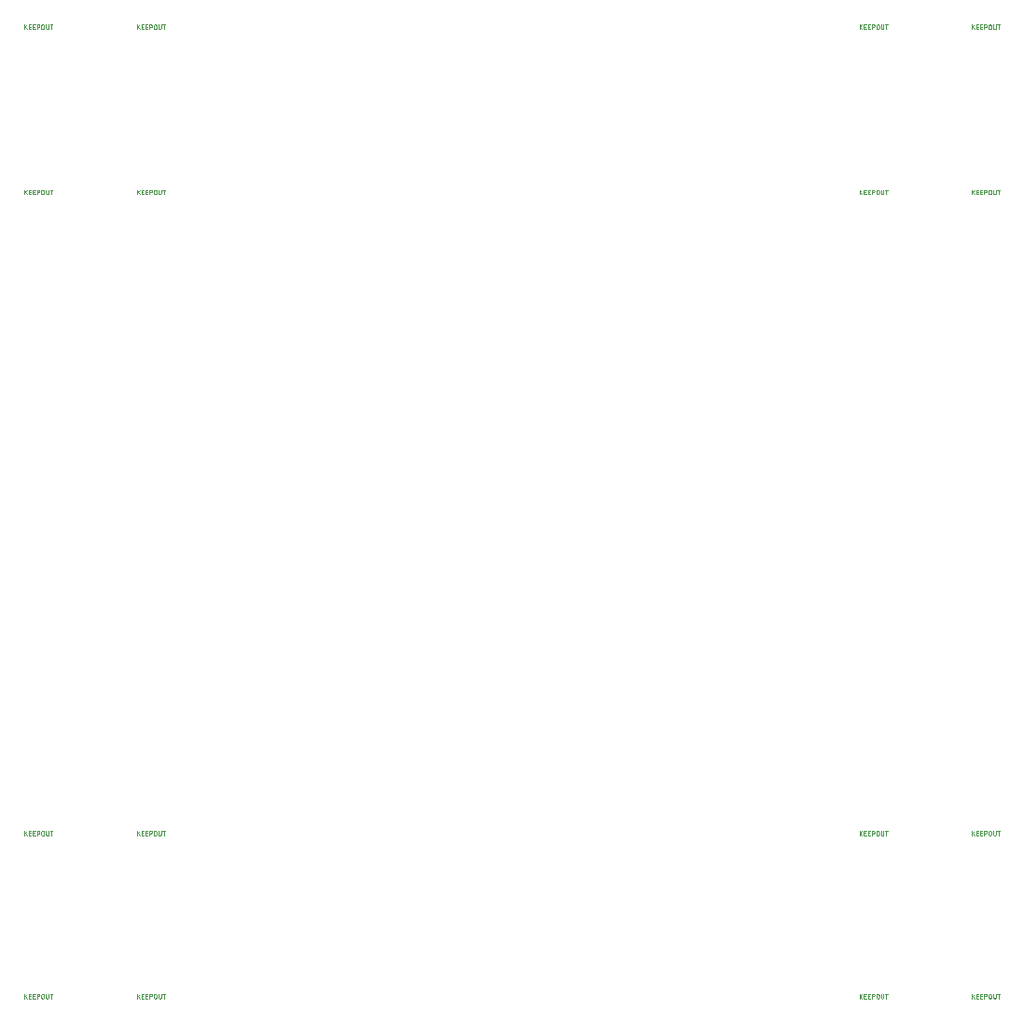
<source format=gbr>
%TF.GenerationSoftware,KiCad,Pcbnew,6.0.6+dfsg-1~bpo11+1*%
%TF.CreationDate,2023-11-30T19:30:28+01:00*%
%TF.ProjectId,touch,746f7563-682e-46b6-9963-61645f706362,rev?*%
%TF.SameCoordinates,Original*%
%TF.FileFunction,Other,Comment*%
%FSLAX46Y46*%
G04 Gerber Fmt 4.6, Leading zero omitted, Abs format (unit mm)*
G04 Created by KiCad (PCBNEW 6.0.6+dfsg-1~bpo11+1) date 2023-11-30 19:30:28*
%MOMM*%
%LPD*%
G01*
G04 APERTURE LIST*
%ADD10C,0.051000*%
G04 APERTURE END LIST*
D10*
%TO.C,M1*%
X134061904Y-143660952D02*
X134061904Y-143260952D01*
X134290476Y-143660952D02*
X134119047Y-143432380D01*
X134290476Y-143260952D02*
X134061904Y-143489523D01*
X134461904Y-143451428D02*
X134595238Y-143451428D01*
X134652380Y-143660952D02*
X134461904Y-143660952D01*
X134461904Y-143260952D01*
X134652380Y-143260952D01*
X134823809Y-143451428D02*
X134957142Y-143451428D01*
X135014285Y-143660952D02*
X134823809Y-143660952D01*
X134823809Y-143260952D01*
X135014285Y-143260952D01*
X135185714Y-143660952D02*
X135185714Y-143260952D01*
X135338095Y-143260952D01*
X135376190Y-143280000D01*
X135395238Y-143299047D01*
X135414285Y-143337142D01*
X135414285Y-143394285D01*
X135395238Y-143432380D01*
X135376190Y-143451428D01*
X135338095Y-143470476D01*
X135185714Y-143470476D01*
X135661904Y-143260952D02*
X135738095Y-143260952D01*
X135776190Y-143280000D01*
X135814285Y-143318095D01*
X135833333Y-143394285D01*
X135833333Y-143527619D01*
X135814285Y-143603809D01*
X135776190Y-143641904D01*
X135738095Y-143660952D01*
X135661904Y-143660952D01*
X135623809Y-143641904D01*
X135585714Y-143603809D01*
X135566666Y-143527619D01*
X135566666Y-143394285D01*
X135585714Y-143318095D01*
X135623809Y-143280000D01*
X135661904Y-143260952D01*
X136004761Y-143260952D02*
X136004761Y-143584761D01*
X136023809Y-143622857D01*
X136042857Y-143641904D01*
X136080952Y-143660952D01*
X136157142Y-143660952D01*
X136195238Y-143641904D01*
X136214285Y-143622857D01*
X136233333Y-143584761D01*
X136233333Y-143260952D01*
X136366666Y-143260952D02*
X136595238Y-143260952D01*
X136480952Y-143660952D02*
X136480952Y-143260952D01*
%TO.C,M2*%
X144261904Y-143660952D02*
X144261904Y-143260952D01*
X144490476Y-143660952D02*
X144319047Y-143432380D01*
X144490476Y-143260952D02*
X144261904Y-143489523D01*
X144661904Y-143451428D02*
X144795238Y-143451428D01*
X144852380Y-143660952D02*
X144661904Y-143660952D01*
X144661904Y-143260952D01*
X144852380Y-143260952D01*
X145023809Y-143451428D02*
X145157142Y-143451428D01*
X145214285Y-143660952D02*
X145023809Y-143660952D01*
X145023809Y-143260952D01*
X145214285Y-143260952D01*
X145385714Y-143660952D02*
X145385714Y-143260952D01*
X145538095Y-143260952D01*
X145576190Y-143280000D01*
X145595238Y-143299047D01*
X145614285Y-143337142D01*
X145614285Y-143394285D01*
X145595238Y-143432380D01*
X145576190Y-143451428D01*
X145538095Y-143470476D01*
X145385714Y-143470476D01*
X145861904Y-143260952D02*
X145938095Y-143260952D01*
X145976190Y-143280000D01*
X146014285Y-143318095D01*
X146033333Y-143394285D01*
X146033333Y-143527619D01*
X146014285Y-143603809D01*
X145976190Y-143641904D01*
X145938095Y-143660952D01*
X145861904Y-143660952D01*
X145823809Y-143641904D01*
X145785714Y-143603809D01*
X145766666Y-143527619D01*
X145766666Y-143394285D01*
X145785714Y-143318095D01*
X145823809Y-143280000D01*
X145861904Y-143260952D01*
X146204761Y-143260952D02*
X146204761Y-143584761D01*
X146223809Y-143622857D01*
X146242857Y-143641904D01*
X146280952Y-143660952D01*
X146357142Y-143660952D01*
X146395238Y-143641904D01*
X146414285Y-143622857D01*
X146433333Y-143584761D01*
X146433333Y-143260952D01*
X146566666Y-143260952D02*
X146795238Y-143260952D01*
X146680952Y-143660952D02*
X146680952Y-143260952D01*
%TO.C,M3*%
X144261904Y-128860952D02*
X144261904Y-128460952D01*
X144490476Y-128860952D02*
X144319047Y-128632380D01*
X144490476Y-128460952D02*
X144261904Y-128689523D01*
X144661904Y-128651428D02*
X144795238Y-128651428D01*
X144852380Y-128860952D02*
X144661904Y-128860952D01*
X144661904Y-128460952D01*
X144852380Y-128460952D01*
X145023809Y-128651428D02*
X145157142Y-128651428D01*
X145214285Y-128860952D02*
X145023809Y-128860952D01*
X145023809Y-128460952D01*
X145214285Y-128460952D01*
X145385714Y-128860952D02*
X145385714Y-128460952D01*
X145538095Y-128460952D01*
X145576190Y-128480000D01*
X145595238Y-128499047D01*
X145614285Y-128537142D01*
X145614285Y-128594285D01*
X145595238Y-128632380D01*
X145576190Y-128651428D01*
X145538095Y-128670476D01*
X145385714Y-128670476D01*
X145861904Y-128460952D02*
X145938095Y-128460952D01*
X145976190Y-128480000D01*
X146014285Y-128518095D01*
X146033333Y-128594285D01*
X146033333Y-128727619D01*
X146014285Y-128803809D01*
X145976190Y-128841904D01*
X145938095Y-128860952D01*
X145861904Y-128860952D01*
X145823809Y-128841904D01*
X145785714Y-128803809D01*
X145766666Y-128727619D01*
X145766666Y-128594285D01*
X145785714Y-128518095D01*
X145823809Y-128480000D01*
X145861904Y-128460952D01*
X146204761Y-128460952D02*
X146204761Y-128784761D01*
X146223809Y-128822857D01*
X146242857Y-128841904D01*
X146280952Y-128860952D01*
X146357142Y-128860952D01*
X146395238Y-128841904D01*
X146414285Y-128822857D01*
X146433333Y-128784761D01*
X146433333Y-128460952D01*
X146566666Y-128460952D02*
X146795238Y-128460952D01*
X146680952Y-128860952D02*
X146680952Y-128460952D01*
%TO.C,M4*%
X134061904Y-128860952D02*
X134061904Y-128460952D01*
X134290476Y-128860952D02*
X134119047Y-128632380D01*
X134290476Y-128460952D02*
X134061904Y-128689523D01*
X134461904Y-128651428D02*
X134595238Y-128651428D01*
X134652380Y-128860952D02*
X134461904Y-128860952D01*
X134461904Y-128460952D01*
X134652380Y-128460952D01*
X134823809Y-128651428D02*
X134957142Y-128651428D01*
X135014285Y-128860952D02*
X134823809Y-128860952D01*
X134823809Y-128460952D01*
X135014285Y-128460952D01*
X135185714Y-128860952D02*
X135185714Y-128460952D01*
X135338095Y-128460952D01*
X135376190Y-128480000D01*
X135395238Y-128499047D01*
X135414285Y-128537142D01*
X135414285Y-128594285D01*
X135395238Y-128632380D01*
X135376190Y-128651428D01*
X135338095Y-128670476D01*
X135185714Y-128670476D01*
X135661904Y-128460952D02*
X135738095Y-128460952D01*
X135776190Y-128480000D01*
X135814285Y-128518095D01*
X135833333Y-128594285D01*
X135833333Y-128727619D01*
X135814285Y-128803809D01*
X135776190Y-128841904D01*
X135738095Y-128860952D01*
X135661904Y-128860952D01*
X135623809Y-128841904D01*
X135585714Y-128803809D01*
X135566666Y-128727619D01*
X135566666Y-128594285D01*
X135585714Y-128518095D01*
X135623809Y-128480000D01*
X135661904Y-128460952D01*
X136004761Y-128460952D02*
X136004761Y-128784761D01*
X136023809Y-128822857D01*
X136042857Y-128841904D01*
X136080952Y-128860952D01*
X136157142Y-128860952D01*
X136195238Y-128841904D01*
X136214285Y-128822857D01*
X136233333Y-128784761D01*
X136233333Y-128460952D01*
X136366666Y-128460952D02*
X136595238Y-128460952D01*
X136480952Y-128860952D02*
X136480952Y-128460952D01*
%TO.C,M5*%
X68461904Y-143660952D02*
X68461904Y-143260952D01*
X68690476Y-143660952D02*
X68519047Y-143432380D01*
X68690476Y-143260952D02*
X68461904Y-143489523D01*
X68861904Y-143451428D02*
X68995238Y-143451428D01*
X69052380Y-143660952D02*
X68861904Y-143660952D01*
X68861904Y-143260952D01*
X69052380Y-143260952D01*
X69223809Y-143451428D02*
X69357142Y-143451428D01*
X69414285Y-143660952D02*
X69223809Y-143660952D01*
X69223809Y-143260952D01*
X69414285Y-143260952D01*
X69585714Y-143660952D02*
X69585714Y-143260952D01*
X69738095Y-143260952D01*
X69776190Y-143280000D01*
X69795238Y-143299047D01*
X69814285Y-143337142D01*
X69814285Y-143394285D01*
X69795238Y-143432380D01*
X69776190Y-143451428D01*
X69738095Y-143470476D01*
X69585714Y-143470476D01*
X70061904Y-143260952D02*
X70138095Y-143260952D01*
X70176190Y-143280000D01*
X70214285Y-143318095D01*
X70233333Y-143394285D01*
X70233333Y-143527619D01*
X70214285Y-143603809D01*
X70176190Y-143641904D01*
X70138095Y-143660952D01*
X70061904Y-143660952D01*
X70023809Y-143641904D01*
X69985714Y-143603809D01*
X69966666Y-143527619D01*
X69966666Y-143394285D01*
X69985714Y-143318095D01*
X70023809Y-143280000D01*
X70061904Y-143260952D01*
X70404761Y-143260952D02*
X70404761Y-143584761D01*
X70423809Y-143622857D01*
X70442857Y-143641904D01*
X70480952Y-143660952D01*
X70557142Y-143660952D01*
X70595238Y-143641904D01*
X70614285Y-143622857D01*
X70633333Y-143584761D01*
X70633333Y-143260952D01*
X70766666Y-143260952D02*
X70995238Y-143260952D01*
X70880952Y-143660952D02*
X70880952Y-143260952D01*
%TO.C,M6*%
X58261904Y-143660952D02*
X58261904Y-143260952D01*
X58490476Y-143660952D02*
X58319047Y-143432380D01*
X58490476Y-143260952D02*
X58261904Y-143489523D01*
X58661904Y-143451428D02*
X58795238Y-143451428D01*
X58852380Y-143660952D02*
X58661904Y-143660952D01*
X58661904Y-143260952D01*
X58852380Y-143260952D01*
X59023809Y-143451428D02*
X59157142Y-143451428D01*
X59214285Y-143660952D02*
X59023809Y-143660952D01*
X59023809Y-143260952D01*
X59214285Y-143260952D01*
X59385714Y-143660952D02*
X59385714Y-143260952D01*
X59538095Y-143260952D01*
X59576190Y-143280000D01*
X59595238Y-143299047D01*
X59614285Y-143337142D01*
X59614285Y-143394285D01*
X59595238Y-143432380D01*
X59576190Y-143451428D01*
X59538095Y-143470476D01*
X59385714Y-143470476D01*
X59861904Y-143260952D02*
X59938095Y-143260952D01*
X59976190Y-143280000D01*
X60014285Y-143318095D01*
X60033333Y-143394285D01*
X60033333Y-143527619D01*
X60014285Y-143603809D01*
X59976190Y-143641904D01*
X59938095Y-143660952D01*
X59861904Y-143660952D01*
X59823809Y-143641904D01*
X59785714Y-143603809D01*
X59766666Y-143527619D01*
X59766666Y-143394285D01*
X59785714Y-143318095D01*
X59823809Y-143280000D01*
X59861904Y-143260952D01*
X60204761Y-143260952D02*
X60204761Y-143584761D01*
X60223809Y-143622857D01*
X60242857Y-143641904D01*
X60280952Y-143660952D01*
X60357142Y-143660952D01*
X60395238Y-143641904D01*
X60414285Y-143622857D01*
X60433333Y-143584761D01*
X60433333Y-143260952D01*
X60566666Y-143260952D02*
X60795238Y-143260952D01*
X60680952Y-143660952D02*
X60680952Y-143260952D01*
%TO.C,M7*%
X58261904Y-128860952D02*
X58261904Y-128460952D01*
X58490476Y-128860952D02*
X58319047Y-128632380D01*
X58490476Y-128460952D02*
X58261904Y-128689523D01*
X58661904Y-128651428D02*
X58795238Y-128651428D01*
X58852380Y-128860952D02*
X58661904Y-128860952D01*
X58661904Y-128460952D01*
X58852380Y-128460952D01*
X59023809Y-128651428D02*
X59157142Y-128651428D01*
X59214285Y-128860952D02*
X59023809Y-128860952D01*
X59023809Y-128460952D01*
X59214285Y-128460952D01*
X59385714Y-128860952D02*
X59385714Y-128460952D01*
X59538095Y-128460952D01*
X59576190Y-128480000D01*
X59595238Y-128499047D01*
X59614285Y-128537142D01*
X59614285Y-128594285D01*
X59595238Y-128632380D01*
X59576190Y-128651428D01*
X59538095Y-128670476D01*
X59385714Y-128670476D01*
X59861904Y-128460952D02*
X59938095Y-128460952D01*
X59976190Y-128480000D01*
X60014285Y-128518095D01*
X60033333Y-128594285D01*
X60033333Y-128727619D01*
X60014285Y-128803809D01*
X59976190Y-128841904D01*
X59938095Y-128860952D01*
X59861904Y-128860952D01*
X59823809Y-128841904D01*
X59785714Y-128803809D01*
X59766666Y-128727619D01*
X59766666Y-128594285D01*
X59785714Y-128518095D01*
X59823809Y-128480000D01*
X59861904Y-128460952D01*
X60204761Y-128460952D02*
X60204761Y-128784761D01*
X60223809Y-128822857D01*
X60242857Y-128841904D01*
X60280952Y-128860952D01*
X60357142Y-128860952D01*
X60395238Y-128841904D01*
X60414285Y-128822857D01*
X60433333Y-128784761D01*
X60433333Y-128460952D01*
X60566666Y-128460952D02*
X60795238Y-128460952D01*
X60680952Y-128860952D02*
X60680952Y-128460952D01*
%TO.C,M8*%
X68461904Y-128860952D02*
X68461904Y-128460952D01*
X68690476Y-128860952D02*
X68519047Y-128632380D01*
X68690476Y-128460952D02*
X68461904Y-128689523D01*
X68861904Y-128651428D02*
X68995238Y-128651428D01*
X69052380Y-128860952D02*
X68861904Y-128860952D01*
X68861904Y-128460952D01*
X69052380Y-128460952D01*
X69223809Y-128651428D02*
X69357142Y-128651428D01*
X69414285Y-128860952D02*
X69223809Y-128860952D01*
X69223809Y-128460952D01*
X69414285Y-128460952D01*
X69585714Y-128860952D02*
X69585714Y-128460952D01*
X69738095Y-128460952D01*
X69776190Y-128480000D01*
X69795238Y-128499047D01*
X69814285Y-128537142D01*
X69814285Y-128594285D01*
X69795238Y-128632380D01*
X69776190Y-128651428D01*
X69738095Y-128670476D01*
X69585714Y-128670476D01*
X70061904Y-128460952D02*
X70138095Y-128460952D01*
X70176190Y-128480000D01*
X70214285Y-128518095D01*
X70233333Y-128594285D01*
X70233333Y-128727619D01*
X70214285Y-128803809D01*
X70176190Y-128841904D01*
X70138095Y-128860952D01*
X70061904Y-128860952D01*
X70023809Y-128841904D01*
X69985714Y-128803809D01*
X69966666Y-128727619D01*
X69966666Y-128594285D01*
X69985714Y-128518095D01*
X70023809Y-128480000D01*
X70061904Y-128460952D01*
X70404761Y-128460952D02*
X70404761Y-128784761D01*
X70423809Y-128822857D01*
X70442857Y-128841904D01*
X70480952Y-128860952D01*
X70557142Y-128860952D01*
X70595238Y-128841904D01*
X70614285Y-128822857D01*
X70633333Y-128784761D01*
X70633333Y-128460952D01*
X70766666Y-128460952D02*
X70995238Y-128460952D01*
X70880952Y-128860952D02*
X70880952Y-128460952D01*
%TO.C,M9*%
X68461904Y-55660952D02*
X68461904Y-55260952D01*
X68690476Y-55660952D02*
X68519047Y-55432380D01*
X68690476Y-55260952D02*
X68461904Y-55489523D01*
X68861904Y-55451428D02*
X68995238Y-55451428D01*
X69052380Y-55660952D02*
X68861904Y-55660952D01*
X68861904Y-55260952D01*
X69052380Y-55260952D01*
X69223809Y-55451428D02*
X69357142Y-55451428D01*
X69414285Y-55660952D02*
X69223809Y-55660952D01*
X69223809Y-55260952D01*
X69414285Y-55260952D01*
X69585714Y-55660952D02*
X69585714Y-55260952D01*
X69738095Y-55260952D01*
X69776190Y-55280000D01*
X69795238Y-55299047D01*
X69814285Y-55337142D01*
X69814285Y-55394285D01*
X69795238Y-55432380D01*
X69776190Y-55451428D01*
X69738095Y-55470476D01*
X69585714Y-55470476D01*
X70061904Y-55260952D02*
X70138095Y-55260952D01*
X70176190Y-55280000D01*
X70214285Y-55318095D01*
X70233333Y-55394285D01*
X70233333Y-55527619D01*
X70214285Y-55603809D01*
X70176190Y-55641904D01*
X70138095Y-55660952D01*
X70061904Y-55660952D01*
X70023809Y-55641904D01*
X69985714Y-55603809D01*
X69966666Y-55527619D01*
X69966666Y-55394285D01*
X69985714Y-55318095D01*
X70023809Y-55280000D01*
X70061904Y-55260952D01*
X70404761Y-55260952D02*
X70404761Y-55584761D01*
X70423809Y-55622857D01*
X70442857Y-55641904D01*
X70480952Y-55660952D01*
X70557142Y-55660952D01*
X70595238Y-55641904D01*
X70614285Y-55622857D01*
X70633333Y-55584761D01*
X70633333Y-55260952D01*
X70766666Y-55260952D02*
X70995238Y-55260952D01*
X70880952Y-55660952D02*
X70880952Y-55260952D01*
%TO.C,M10*%
X58261904Y-55660952D02*
X58261904Y-55260952D01*
X58490476Y-55660952D02*
X58319047Y-55432380D01*
X58490476Y-55260952D02*
X58261904Y-55489523D01*
X58661904Y-55451428D02*
X58795238Y-55451428D01*
X58852380Y-55660952D02*
X58661904Y-55660952D01*
X58661904Y-55260952D01*
X58852380Y-55260952D01*
X59023809Y-55451428D02*
X59157142Y-55451428D01*
X59214285Y-55660952D02*
X59023809Y-55660952D01*
X59023809Y-55260952D01*
X59214285Y-55260952D01*
X59385714Y-55660952D02*
X59385714Y-55260952D01*
X59538095Y-55260952D01*
X59576190Y-55280000D01*
X59595238Y-55299047D01*
X59614285Y-55337142D01*
X59614285Y-55394285D01*
X59595238Y-55432380D01*
X59576190Y-55451428D01*
X59538095Y-55470476D01*
X59385714Y-55470476D01*
X59861904Y-55260952D02*
X59938095Y-55260952D01*
X59976190Y-55280000D01*
X60014285Y-55318095D01*
X60033333Y-55394285D01*
X60033333Y-55527619D01*
X60014285Y-55603809D01*
X59976190Y-55641904D01*
X59938095Y-55660952D01*
X59861904Y-55660952D01*
X59823809Y-55641904D01*
X59785714Y-55603809D01*
X59766666Y-55527619D01*
X59766666Y-55394285D01*
X59785714Y-55318095D01*
X59823809Y-55280000D01*
X59861904Y-55260952D01*
X60204761Y-55260952D02*
X60204761Y-55584761D01*
X60223809Y-55622857D01*
X60242857Y-55641904D01*
X60280952Y-55660952D01*
X60357142Y-55660952D01*
X60395238Y-55641904D01*
X60414285Y-55622857D01*
X60433333Y-55584761D01*
X60433333Y-55260952D01*
X60566666Y-55260952D02*
X60795238Y-55260952D01*
X60680952Y-55660952D02*
X60680952Y-55260952D01*
%TO.C,M11*%
X58261904Y-70660952D02*
X58261904Y-70260952D01*
X58490476Y-70660952D02*
X58319047Y-70432380D01*
X58490476Y-70260952D02*
X58261904Y-70489523D01*
X58661904Y-70451428D02*
X58795238Y-70451428D01*
X58852380Y-70660952D02*
X58661904Y-70660952D01*
X58661904Y-70260952D01*
X58852380Y-70260952D01*
X59023809Y-70451428D02*
X59157142Y-70451428D01*
X59214285Y-70660952D02*
X59023809Y-70660952D01*
X59023809Y-70260952D01*
X59214285Y-70260952D01*
X59385714Y-70660952D02*
X59385714Y-70260952D01*
X59538095Y-70260952D01*
X59576190Y-70280000D01*
X59595238Y-70299047D01*
X59614285Y-70337142D01*
X59614285Y-70394285D01*
X59595238Y-70432380D01*
X59576190Y-70451428D01*
X59538095Y-70470476D01*
X59385714Y-70470476D01*
X59861904Y-70260952D02*
X59938095Y-70260952D01*
X59976190Y-70280000D01*
X60014285Y-70318095D01*
X60033333Y-70394285D01*
X60033333Y-70527619D01*
X60014285Y-70603809D01*
X59976190Y-70641904D01*
X59938095Y-70660952D01*
X59861904Y-70660952D01*
X59823809Y-70641904D01*
X59785714Y-70603809D01*
X59766666Y-70527619D01*
X59766666Y-70394285D01*
X59785714Y-70318095D01*
X59823809Y-70280000D01*
X59861904Y-70260952D01*
X60204761Y-70260952D02*
X60204761Y-70584761D01*
X60223809Y-70622857D01*
X60242857Y-70641904D01*
X60280952Y-70660952D01*
X60357142Y-70660952D01*
X60395238Y-70641904D01*
X60414285Y-70622857D01*
X60433333Y-70584761D01*
X60433333Y-70260952D01*
X60566666Y-70260952D02*
X60795238Y-70260952D01*
X60680952Y-70660952D02*
X60680952Y-70260952D01*
%TO.C,M12*%
X68461904Y-70660952D02*
X68461904Y-70260952D01*
X68690476Y-70660952D02*
X68519047Y-70432380D01*
X68690476Y-70260952D02*
X68461904Y-70489523D01*
X68861904Y-70451428D02*
X68995238Y-70451428D01*
X69052380Y-70660952D02*
X68861904Y-70660952D01*
X68861904Y-70260952D01*
X69052380Y-70260952D01*
X69223809Y-70451428D02*
X69357142Y-70451428D01*
X69414285Y-70660952D02*
X69223809Y-70660952D01*
X69223809Y-70260952D01*
X69414285Y-70260952D01*
X69585714Y-70660952D02*
X69585714Y-70260952D01*
X69738095Y-70260952D01*
X69776190Y-70280000D01*
X69795238Y-70299047D01*
X69814285Y-70337142D01*
X69814285Y-70394285D01*
X69795238Y-70432380D01*
X69776190Y-70451428D01*
X69738095Y-70470476D01*
X69585714Y-70470476D01*
X70061904Y-70260952D02*
X70138095Y-70260952D01*
X70176190Y-70280000D01*
X70214285Y-70318095D01*
X70233333Y-70394285D01*
X70233333Y-70527619D01*
X70214285Y-70603809D01*
X70176190Y-70641904D01*
X70138095Y-70660952D01*
X70061904Y-70660952D01*
X70023809Y-70641904D01*
X69985714Y-70603809D01*
X69966666Y-70527619D01*
X69966666Y-70394285D01*
X69985714Y-70318095D01*
X70023809Y-70280000D01*
X70061904Y-70260952D01*
X70404761Y-70260952D02*
X70404761Y-70584761D01*
X70423809Y-70622857D01*
X70442857Y-70641904D01*
X70480952Y-70660952D01*
X70557142Y-70660952D01*
X70595238Y-70641904D01*
X70614285Y-70622857D01*
X70633333Y-70584761D01*
X70633333Y-70260952D01*
X70766666Y-70260952D02*
X70995238Y-70260952D01*
X70880952Y-70660952D02*
X70880952Y-70260952D01*
%TO.C,M13*%
X134061904Y-55660952D02*
X134061904Y-55260952D01*
X134290476Y-55660952D02*
X134119047Y-55432380D01*
X134290476Y-55260952D02*
X134061904Y-55489523D01*
X134461904Y-55451428D02*
X134595238Y-55451428D01*
X134652380Y-55660952D02*
X134461904Y-55660952D01*
X134461904Y-55260952D01*
X134652380Y-55260952D01*
X134823809Y-55451428D02*
X134957142Y-55451428D01*
X135014285Y-55660952D02*
X134823809Y-55660952D01*
X134823809Y-55260952D01*
X135014285Y-55260952D01*
X135185714Y-55660952D02*
X135185714Y-55260952D01*
X135338095Y-55260952D01*
X135376190Y-55280000D01*
X135395238Y-55299047D01*
X135414285Y-55337142D01*
X135414285Y-55394285D01*
X135395238Y-55432380D01*
X135376190Y-55451428D01*
X135338095Y-55470476D01*
X135185714Y-55470476D01*
X135661904Y-55260952D02*
X135738095Y-55260952D01*
X135776190Y-55280000D01*
X135814285Y-55318095D01*
X135833333Y-55394285D01*
X135833333Y-55527619D01*
X135814285Y-55603809D01*
X135776190Y-55641904D01*
X135738095Y-55660952D01*
X135661904Y-55660952D01*
X135623809Y-55641904D01*
X135585714Y-55603809D01*
X135566666Y-55527619D01*
X135566666Y-55394285D01*
X135585714Y-55318095D01*
X135623809Y-55280000D01*
X135661904Y-55260952D01*
X136004761Y-55260952D02*
X136004761Y-55584761D01*
X136023809Y-55622857D01*
X136042857Y-55641904D01*
X136080952Y-55660952D01*
X136157142Y-55660952D01*
X136195238Y-55641904D01*
X136214285Y-55622857D01*
X136233333Y-55584761D01*
X136233333Y-55260952D01*
X136366666Y-55260952D02*
X136595238Y-55260952D01*
X136480952Y-55660952D02*
X136480952Y-55260952D01*
%TO.C,M14*%
X144261904Y-55660952D02*
X144261904Y-55260952D01*
X144490476Y-55660952D02*
X144319047Y-55432380D01*
X144490476Y-55260952D02*
X144261904Y-55489523D01*
X144661904Y-55451428D02*
X144795238Y-55451428D01*
X144852380Y-55660952D02*
X144661904Y-55660952D01*
X144661904Y-55260952D01*
X144852380Y-55260952D01*
X145023809Y-55451428D02*
X145157142Y-55451428D01*
X145214285Y-55660952D02*
X145023809Y-55660952D01*
X145023809Y-55260952D01*
X145214285Y-55260952D01*
X145385714Y-55660952D02*
X145385714Y-55260952D01*
X145538095Y-55260952D01*
X145576190Y-55280000D01*
X145595238Y-55299047D01*
X145614285Y-55337142D01*
X145614285Y-55394285D01*
X145595238Y-55432380D01*
X145576190Y-55451428D01*
X145538095Y-55470476D01*
X145385714Y-55470476D01*
X145861904Y-55260952D02*
X145938095Y-55260952D01*
X145976190Y-55280000D01*
X146014285Y-55318095D01*
X146033333Y-55394285D01*
X146033333Y-55527619D01*
X146014285Y-55603809D01*
X145976190Y-55641904D01*
X145938095Y-55660952D01*
X145861904Y-55660952D01*
X145823809Y-55641904D01*
X145785714Y-55603809D01*
X145766666Y-55527619D01*
X145766666Y-55394285D01*
X145785714Y-55318095D01*
X145823809Y-55280000D01*
X145861904Y-55260952D01*
X146204761Y-55260952D02*
X146204761Y-55584761D01*
X146223809Y-55622857D01*
X146242857Y-55641904D01*
X146280952Y-55660952D01*
X146357142Y-55660952D01*
X146395238Y-55641904D01*
X146414285Y-55622857D01*
X146433333Y-55584761D01*
X146433333Y-55260952D01*
X146566666Y-55260952D02*
X146795238Y-55260952D01*
X146680952Y-55660952D02*
X146680952Y-55260952D01*
%TO.C,M15*%
X144261904Y-70660952D02*
X144261904Y-70260952D01*
X144490476Y-70660952D02*
X144319047Y-70432380D01*
X144490476Y-70260952D02*
X144261904Y-70489523D01*
X144661904Y-70451428D02*
X144795238Y-70451428D01*
X144852380Y-70660952D02*
X144661904Y-70660952D01*
X144661904Y-70260952D01*
X144852380Y-70260952D01*
X145023809Y-70451428D02*
X145157142Y-70451428D01*
X145214285Y-70660952D02*
X145023809Y-70660952D01*
X145023809Y-70260952D01*
X145214285Y-70260952D01*
X145385714Y-70660952D02*
X145385714Y-70260952D01*
X145538095Y-70260952D01*
X145576190Y-70280000D01*
X145595238Y-70299047D01*
X145614285Y-70337142D01*
X145614285Y-70394285D01*
X145595238Y-70432380D01*
X145576190Y-70451428D01*
X145538095Y-70470476D01*
X145385714Y-70470476D01*
X145861904Y-70260952D02*
X145938095Y-70260952D01*
X145976190Y-70280000D01*
X146014285Y-70318095D01*
X146033333Y-70394285D01*
X146033333Y-70527619D01*
X146014285Y-70603809D01*
X145976190Y-70641904D01*
X145938095Y-70660952D01*
X145861904Y-70660952D01*
X145823809Y-70641904D01*
X145785714Y-70603809D01*
X145766666Y-70527619D01*
X145766666Y-70394285D01*
X145785714Y-70318095D01*
X145823809Y-70280000D01*
X145861904Y-70260952D01*
X146204761Y-70260952D02*
X146204761Y-70584761D01*
X146223809Y-70622857D01*
X146242857Y-70641904D01*
X146280952Y-70660952D01*
X146357142Y-70660952D01*
X146395238Y-70641904D01*
X146414285Y-70622857D01*
X146433333Y-70584761D01*
X146433333Y-70260952D01*
X146566666Y-70260952D02*
X146795238Y-70260952D01*
X146680952Y-70660952D02*
X146680952Y-70260952D01*
%TO.C,M16*%
X134061904Y-70660952D02*
X134061904Y-70260952D01*
X134290476Y-70660952D02*
X134119047Y-70432380D01*
X134290476Y-70260952D02*
X134061904Y-70489523D01*
X134461904Y-70451428D02*
X134595238Y-70451428D01*
X134652380Y-70660952D02*
X134461904Y-70660952D01*
X134461904Y-70260952D01*
X134652380Y-70260952D01*
X134823809Y-70451428D02*
X134957142Y-70451428D01*
X135014285Y-70660952D02*
X134823809Y-70660952D01*
X134823809Y-70260952D01*
X135014285Y-70260952D01*
X135185714Y-70660952D02*
X135185714Y-70260952D01*
X135338095Y-70260952D01*
X135376190Y-70280000D01*
X135395238Y-70299047D01*
X135414285Y-70337142D01*
X135414285Y-70394285D01*
X135395238Y-70432380D01*
X135376190Y-70451428D01*
X135338095Y-70470476D01*
X135185714Y-70470476D01*
X135661904Y-70260952D02*
X135738095Y-70260952D01*
X135776190Y-70280000D01*
X135814285Y-70318095D01*
X135833333Y-70394285D01*
X135833333Y-70527619D01*
X135814285Y-70603809D01*
X135776190Y-70641904D01*
X135738095Y-70660952D01*
X135661904Y-70660952D01*
X135623809Y-70641904D01*
X135585714Y-70603809D01*
X135566666Y-70527619D01*
X135566666Y-70394285D01*
X135585714Y-70318095D01*
X135623809Y-70280000D01*
X135661904Y-70260952D01*
X136004761Y-70260952D02*
X136004761Y-70584761D01*
X136023809Y-70622857D01*
X136042857Y-70641904D01*
X136080952Y-70660952D01*
X136157142Y-70660952D01*
X136195238Y-70641904D01*
X136214285Y-70622857D01*
X136233333Y-70584761D01*
X136233333Y-70260952D01*
X136366666Y-70260952D02*
X136595238Y-70260952D01*
X136480952Y-70660952D02*
X136480952Y-70260952D01*
%TD*%
M02*

</source>
